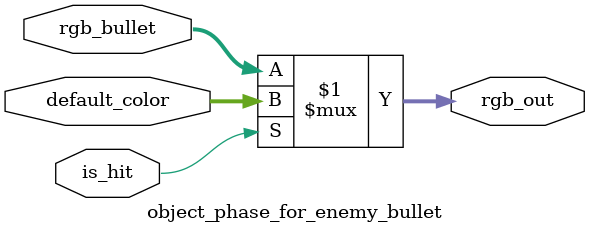
<source format=v>
`timescale 1ns / 1ps


module object_phase_for_enemy_bullet(
    input [8:0] rgb_bullet,
    input [8:0] default_color,
    input is_hit,
    output [8:0] rgb_out
    );
   
assign rgb_out = is_hit? default_color:rgb_bullet;

endmodule

</source>
